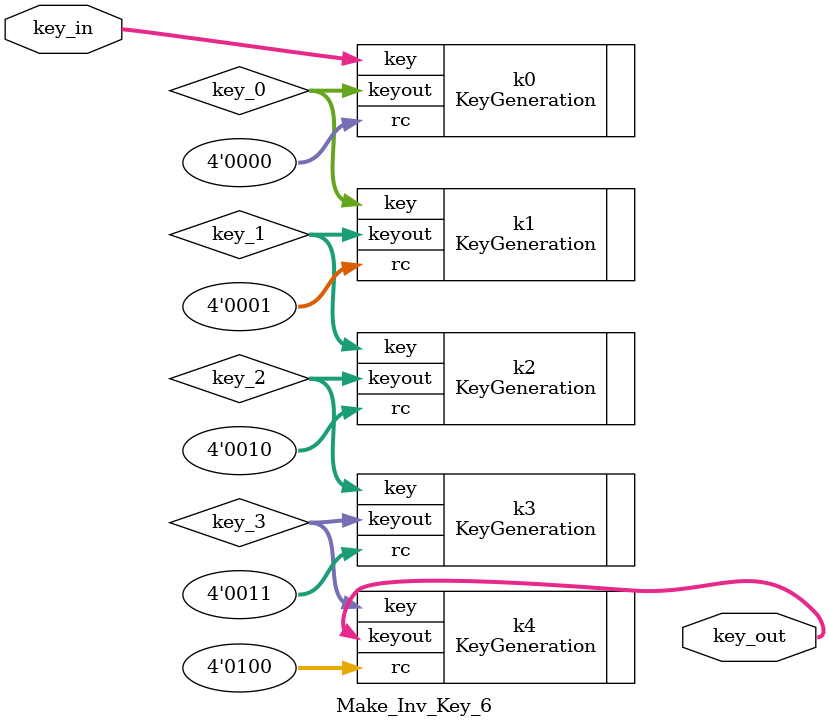
<source format=v>

module Make_Inv_Key_6(
    input [127 : 0] key_in,
    output [127 : 0] key_out
);

    wire [127 : 0] key_0, key_1, key_2, key_3, key_4, key_5, key_6, key_7, key_8, key_9;


    KeyGeneration k0(
        .rc(4'h0),
        .key(key_in),
        .keyout(key_0)
    );

    KeyGeneration k1(
        .rc(4'h1),
        .key(key_0),
        .keyout(key_1)
    );

    KeyGeneration k2(
        .rc(4'h2),
        .key(key_1),
        .keyout(key_2)
    );

    KeyGeneration k3(
        .rc(4'h3),
        .key(key_2),
        .keyout(key_3)
    );

    KeyGeneration k4(
        .rc(4'h4),
        .key(key_3),
        .keyout(key_out)
    );


endmodule
</source>
